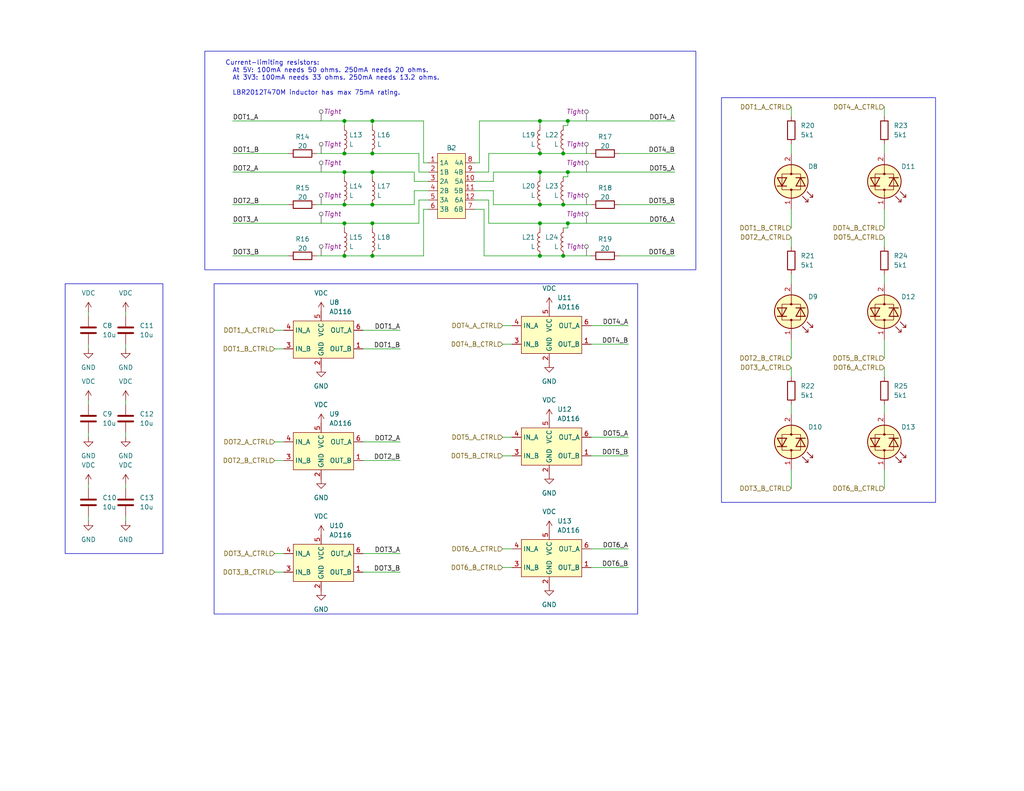
<source format=kicad_sch>
(kicad_sch (version 20231120) (generator "eeschema") (generator_version "8.0")
  (paper "USLetter")
  (title_block (date "2024-11-27") (rev "Rev 2"))
  (lib_symbols
    (symbol "00-project-symbols:AD116_H_Bridge"
      (property "Reference" "U" (at 2.54 6.096 0))
      (property "Value" "AD116" (at -5.334 6.096 0))
      (symbol "AD116_H_Bridge_1_1"
        (rectangle (start -7.62 5.08) (end 8.89 -5.08) (fill (type background)))
        (pin output line (at 11.43 -2.54 180) (length 2.54) (name "OUT_B") (number "1"))
        (pin power_in line (at 0 -7.62 90) (length 2.54) (name "GND") (number "2"))
        (pin input line (at -10.16 -2.54 0) (length 2.54) (name "IN_B") (number "3"))
        (pin input line (at -10.16 2.54 0) (length 2.54) (name "IN_A") (number "4"))
        (pin power_in line (at 0 7.62 270) (length 2.54) (name "VCC") (number "5"))
        (pin output line (at 11.43 2.54 180) (length 2.54) (name "OUT_A") (number "6"))
      )
    )
    (symbol "00-project-symbols:Braille_Cell_Breakout"
      (property "Reference" "B" (at 0 9.906 0))
      (symbol "Braille_Cell_Breakout_1_1"
        (rectangle (start -3.81 8.89) (end 3.81 -8.89) (fill (type background)))
        (pin input line (at -6.35 6.35 0) (length 2.54) (name "1A") (number "1"))
        (pin input line (at 6.35 1.27 180) (length 2.54) (name "5A") (number "10"))
        (pin input line (at 6.35 -1.27 180) (length 2.54) (name "5B") (number "11"))
        (pin input line (at 6.35 -3.81 180) (length 2.54) (name "6A") (number "12"))
        (pin input line (at -6.35 3.81 0) (length 2.54) (name "1B") (number "2"))
        (pin input line (at -6.35 1.27 0) (length 2.54) (name "2A") (number "3"))
        (pin input line (at -6.35 -1.27 0) (length 2.54) (name "2B") (number "4"))
        (pin input line (at -6.35 -3.81 0) (length 2.54) (name "3A") (number "5"))
        (pin input line (at -6.35 -6.35 0) (length 2.54) (name "3B") (number "6"))
        (pin input line (at 6.35 -6.35 180) (length 2.54) (name "6B") (number "7"))
        (pin input line (at 6.35 6.35 180) (length 2.54) (name "4A") (number "8"))
        (pin input line (at 6.35 3.81 180) (length 2.54) (name "4B") (number "9"))
      )
    )
    (symbol "Device:C" (pin_numbers hide) (pin_names (offset 0.254))
      (property "Reference" "C" (at 0.635 2.54 0))
      (property "Value" "C" (at 0.635 -2.54 0))
      (symbol "C_0_1"
        (polyline (pts (xy -2.032 -0.762) (xy 2.032 -0.762)) (stroke (width 0.508)))
        (polyline (pts (xy -2.032 0.762) (xy 2.032 0.762)) (stroke (width 0.508)))
      )
      (symbol "C_1_1"
        (pin passive line (at 0 3.81 270) (length 2.794) (name "~") (number "1"))
        (pin passive line (at 0 -3.81 90) (length 2.794) (name "~") (number "2"))
      )
    )
    (symbol "Device:L" (pin_numbers hide) (pin_names (offset 1.016) hide)
      (property "Reference" "L" (at -1.27 0 90))
      (property "Value" "L" (at 1.905 0 90))
      (symbol "L_0_1"
        (arc (start 0 -2.54) (mid 0.6323 -1.905) (end 0 -1.27))
        (arc (start 0 -1.27) (mid 0.6323 -0.635) (end 0 0))
        (arc (start 0 0) (mid 0.6323 0.635) (end 0 1.27))
        (arc (start 0 1.27) (mid 0.6323 1.905) (end 0 2.54))
      )
      (symbol "L_1_1"
        (pin passive line (at 0 3.81 270) (length 1.27) (name "1") (number "1"))
        (pin passive line (at 0 -3.81 90) (length 1.27) (name "2") (number "2"))
      )
    )
    (symbol "Device:LED_Dual_Bidirectional" (pin_names (offset 0) hide)
      (property "Reference" "D" (at 0 5.715 0))
      (property "Value" "LED_Dual_Bidirectional" (at 0 -6.35 0))
      (symbol "LED_Dual_Bidirectional_0_1"
        (circle (center -2.032 0) (radius 0.254) (fill (type outline)))
        (polyline (pts (xy -4.572 0) (xy -2.54 0)))
        (polyline (pts (xy -2.032 0) (xy -2.54 0)))
        (polyline (pts (xy -1.016 3.81) (xy -1.016 1.27)) (stroke (width 0.254)))
        (polyline (pts (xy 1.27 -1.27) (xy 1.27 -3.81)) (stroke (width 0.254)))
        (polyline (pts (xy 4.064 0) (xy 2.286 0)) (fill (type outline)))
        (polyline (pts (xy 4.318 5.842) (xy 4.318 5.08)) (stroke (width 0.2032)))
        (polyline (pts (xy 5.588 4.572) (xy 5.588 3.81)) (stroke (width 0.2032)))
        (polyline (pts (xy 2.794 4.318) (xy 4.318 5.842) (xy 3.556 5.842)) (stroke (width 0.2032)))
        (polyline (pts (xy 4.064 3.048) (xy 5.588 4.572) (xy 4.826 4.572)) (stroke (width 0.2032)))
        (polyline (pts (xy -1.016 -1.27) (xy -1.016 -3.81) (xy 1.27 -2.54) (xy -1.016 -1.27)) (stroke (width 0.254)))
        (polyline (pts (xy 1.27 3.81) (xy 1.27 1.27) (xy -1.016 2.54) (xy 1.27 3.81)) (stroke (width 0.254)))
        (polyline (pts (xy 2.286 2.54) (xy -2.032 2.54) (xy -2.032 -2.54) (xy 2.286 -2.54) (xy 2.286 2.54)))
        (circle (center 0 0) (radius 4.572) (stroke (width 0.254)) (fill (type background)))
        (circle (center 2.286 0) (radius 0.254) (fill (type outline)))
      )
      (symbol "LED_Dual_Bidirectional_1_1"
        (pin input line (at 7.62 0 180) (length 3.81) (name "KA") (number "1"))
        (pin input line (at -7.62 0 0) (length 3.048) (name "AK") (number "2"))
      )
    )
    (symbol "Device:R" (pin_numbers hide) (pin_names (offset 0))
      (property "Reference" "R" (at 2.032 0 90))
      (property "Value" "R" (at 0 0 90))
      (symbol "R_0_1"
        (rectangle (start -1.016 -2.54) (end 1.016 2.54) (stroke (width 0.254)))
      )
      (symbol "R_1_1"
        (pin passive line (at 0 3.81 270) (length 1.27) (name "~") (number "1"))
        (pin passive line (at 0 -3.81 90) (length 1.27) (name "~") (number "2"))
      )
    )
    (symbol "power:GND" (power) (pin_numbers hide) (pin_names (offset 0) hide)
      (property "Value" "GND" (at 0 -3.81 0))
      (symbol "GND_0_1"
        (polyline (pts (xy 0 0) (xy 0 -1.27) (xy 1.27 -1.27) (xy 0 -2.54) (xy -1.27 -1.27) (xy 0 -1.27)))
      )
      (symbol "GND_1_1"
        (pin power_in line (at 0 0 270) (length 0) (name "~") (number "1"))
      )
    )
    (symbol "power:VDC" (power) (pin_numbers hide) (pin_names (offset 0) hide)
      (property "Value" "VDC" (at 0 3.556 0))
      (symbol "VDC_0_1"
        (polyline (pts (xy -0.762 1.27) (xy 0 2.54)))
        (polyline (pts (xy 0 0) (xy 0 2.54)))
        (polyline (pts (xy 0 2.54) (xy 0.762 1.27)))
      )
      (symbol "VDC_1_1"
        (pin power_in line (at 0 0 90) (length 0) (name "~") (number "1"))
      )
    )
  )
  (junction (at 101.6 46.99))
  (junction (at 101.6 55.88))
  (junction (at 147.32 55.88))
  (junction (at 93.98 33.02))
  (junction (at 153.67 55.88))
  (junction (at 93.98 69.85))
  (junction (at 93.98 46.99))
  (junction (at 153.67 41.91))
  (junction (at 93.98 41.91))
  (junction (at 101.6 41.91))
  (junction (at 101.6 60.96))
  (junction (at 153.67 69.85))
  (junction (at 101.6 69.85))
  (junction (at 147.32 69.85))
  (junction (at 154.94 33.02))
  (junction (at 147.32 60.96))
  (junction (at 154.94 46.99))
  (junction (at 93.98 60.96))
  (junction (at 147.32 46.99))
  (junction (at 101.6 33.02))
  (junction (at 147.32 41.91))
  (junction (at 154.94 60.96))
  (junction (at 93.98 55.88))
  (junction (at 147.32 33.02))
  (wire (pts (xy 34.29 118.11) (xy 34.29 119.38)))
  (wire (pts (xy 168.91 41.91) (xy 184.15 41.91)))
  (wire (pts (xy 74.93 120.65) (xy 77.47 120.65)))
  (wire (pts (xy 137.16 124.46) (xy 139.7 124.46)))
  (wire (pts (xy 241.3 113.03) (xy 241.3 110.49)))
  (wire (pts (xy 137.16 154.94) (xy 139.7 154.94)))
  (wire (pts (xy 215.9 41.91) (xy 215.9 39.37)))
  (wire (pts (xy 93.98 69.85) (xy 101.6 69.85)))
  (wire (pts (xy 137.16 88.9) (xy 139.7 88.9)))
  (wire (pts (xy 115.57 44.45) (xy 115.57 33.02)))
  (wire (pts (xy 115.57 57.15) (xy 115.57 69.85)))
  (wire (pts (xy 215.9 100.33) (xy 215.9 102.87)))
  (wire (pts (xy 129.54 44.45) (xy 130.81 44.45)))
  (wire (pts (xy 101.6 60.96) (xy 114.3 60.96)))
  (wire (pts (xy 147.32 41.91) (xy 153.67 41.91)))
  (wire (pts (xy 241.3 64.77) (xy 241.3 67.31)))
  (wire (pts (xy 241.3 77.47) (xy 241.3 74.93)))
  (wire (pts (xy 161.29 119.38) (xy 171.45 119.38)))
  (wire (pts (xy 137.16 119.38) (xy 139.7 119.38)))
  (wire (pts (xy 93.98 41.91) (xy 101.6 41.91)))
  (wire (pts (xy 133.35 41.91) (xy 147.32 41.91)))
  (wire (pts (xy 134.62 52.07) (xy 134.62 55.88)))
  (wire (pts (xy 161.29 88.9) (xy 171.45 88.9)))
  (wire (pts (xy 116.84 44.45) (xy 115.57 44.45)))
  (wire (pts (xy 215.9 77.47) (xy 215.9 74.93)))
  (wire (pts (xy 63.5 41.91) (xy 78.74 41.91)))
  (wire (pts (xy 63.5 69.85) (xy 78.74 69.85)))
  (wire (pts (xy 133.35 54.61) (xy 133.35 60.96)))
  (wire (pts (xy 99.06 95.25) (xy 109.22 95.25)))
  (wire (pts (xy 241.3 128.27) (xy 241.3 133.35)))
  (wire (pts (xy 147.32 34.29) (xy 147.32 33.02)))
  (wire (pts (xy 153.67 69.85) (xy 161.29 69.85)))
  (wire (pts (xy 129.54 52.07) (xy 134.62 52.07)))
  (wire (pts (xy 99.06 90.17) (xy 109.22 90.17)))
  (wire (pts (xy 134.62 55.88) (xy 147.32 55.88)))
  (wire (pts (xy 34.29 93.98) (xy 34.29 95.25)))
  (wire (pts (xy 154.94 60.96) (xy 184.15 60.96)))
  (wire (pts (xy 74.93 95.25) (xy 77.47 95.25)))
  (wire (pts (xy 24.13 93.98) (xy 24.13 95.25)))
  (wire (pts (xy 93.98 33.02) (xy 93.98 34.29)))
  (wire (pts (xy 93.98 33.02) (xy 101.6 33.02)))
  (wire (pts (xy 215.9 113.03) (xy 215.9 110.49)))
  (wire (pts (xy 154.94 60.96) (xy 154.94 62.23)))
  (wire (pts (xy 137.16 93.98) (xy 139.7 93.98)))
  (wire (pts (xy 34.29 140.97) (xy 34.29 142.24)))
  (wire (pts (xy 93.98 55.88) (xy 101.6 55.88)))
  (wire (pts (xy 113.03 52.07) (xy 113.03 55.88)))
  (wire (pts (xy 129.54 46.99) (xy 133.35 46.99)))
  (wire (pts (xy 116.84 52.07) (xy 113.03 52.07)))
  (wire (pts (xy 101.6 33.02) (xy 115.57 33.02)))
  (wire (pts (xy 116.84 54.61) (xy 114.3 54.61)))
  (wire (pts (xy 93.98 60.96) (xy 93.98 62.23)))
  (wire (pts (xy 129.54 54.61) (xy 133.35 54.61)))
  (wire (pts (xy 134.62 46.99) (xy 147.32 46.99)))
  (wire (pts (xy 154.94 33.02) (xy 154.94 34.29)))
  (wire (pts (xy 147.32 55.88) (xy 153.67 55.88)))
  (wire (pts (xy 241.3 41.91) (xy 241.3 39.37)))
  (wire (pts (xy 168.91 55.88) (xy 184.15 55.88)))
  (wire (pts (xy 113.03 49.53) (xy 113.03 46.99)))
  (wire (pts (xy 132.08 69.85) (xy 147.32 69.85)))
  (wire (pts (xy 74.93 90.17) (xy 77.47 90.17)))
  (wire (pts (xy 153.67 41.91) (xy 161.29 41.91)))
  (wire (pts (xy 99.06 156.21) (xy 109.22 156.21)))
  (wire (pts (xy 24.13 109.22) (xy 24.13 110.49)))
  (wire (pts (xy 241.3 92.71) (xy 241.3 97.79)))
  (wire (pts (xy 93.98 46.99) (xy 93.98 48.26)))
  (wire (pts (xy 93.98 46.99) (xy 101.6 46.99)))
  (wire (pts (xy 114.3 54.61) (xy 114.3 60.96)))
  (wire (pts (xy 24.13 132.08) (xy 24.13 133.35)))
  (wire (pts (xy 168.91 69.85) (xy 184.15 69.85)))
  (wire (pts (xy 130.81 33.02) (xy 147.32 33.02)))
  (wire (pts (xy 24.13 85.09) (xy 24.13 86.36)))
  (wire (pts (xy 241.3 57.15) (xy 241.3 62.23)))
  (wire (pts (xy 114.3 46.99) (xy 114.3 41.91)))
  (wire (pts (xy 154.94 33.02) (xy 184.15 33.02)))
  (wire (pts (xy 154.94 46.99) (xy 154.94 48.26)))
  (wire (pts (xy 147.32 69.85) (xy 153.67 69.85)))
  (wire (pts (xy 116.84 57.15) (xy 115.57 57.15)))
  (wire (pts (xy 129.54 57.15) (xy 132.08 57.15)))
  (wire (pts (xy 161.29 93.98) (xy 171.45 93.98)))
  (wire (pts (xy 99.06 120.65) (xy 109.22 120.65)))
  (wire (pts (xy 101.6 55.88) (xy 113.03 55.88)))
  (wire (pts (xy 137.16 149.86) (xy 139.7 149.86)))
  (wire (pts (xy 133.35 60.96) (xy 147.32 60.96)))
  (wire (pts (xy 154.94 48.26) (xy 153.67 48.26)))
  (wire (pts (xy 63.5 60.96) (xy 93.98 60.96)))
  (wire (pts (xy 101.6 41.91) (xy 114.3 41.91)))
  (wire (pts (xy 24.13 140.97) (xy 24.13 142.24)))
  (wire (pts (xy 130.81 44.45) (xy 130.81 33.02)))
  (wire (pts (xy 101.6 34.29) (xy 101.6 33.02)))
  (wire (pts (xy 154.94 46.99) (xy 184.15 46.99)))
  (wire (pts (xy 153.67 55.88) (xy 161.29 55.88)))
  (wire (pts (xy 215.9 64.77) (xy 215.9 67.31)))
  (wire (pts (xy 34.29 85.09) (xy 34.29 86.36)))
  (wire (pts (xy 215.9 57.15) (xy 215.9 62.23)))
  (wire (pts (xy 241.3 29.21) (xy 241.3 31.75)))
  (wire (pts (xy 133.35 46.99) (xy 133.35 41.91)))
  (wire (pts (xy 147.32 48.26) (xy 147.32 46.99)))
  (wire (pts (xy 101.6 48.26) (xy 101.6 46.99)))
  (wire (pts (xy 63.5 33.02) (xy 93.98 33.02)))
  (wire (pts (xy 34.29 132.08) (xy 34.29 133.35)))
  (wire (pts (xy 116.84 46.99) (xy 114.3 46.99)))
  (wire (pts (xy 147.32 60.96) (xy 154.94 60.96)))
  (wire (pts (xy 116.84 49.53) (xy 113.03 49.53)))
  (wire (pts (xy 147.32 46.99) (xy 154.94 46.99)))
  (wire (pts (xy 99.06 151.13) (xy 109.22 151.13)))
  (wire (pts (xy 99.06 125.73) (xy 109.22 125.73)))
  (wire (pts (xy 63.5 46.99) (xy 93.98 46.99)))
  (wire (pts (xy 241.3 100.33) (xy 241.3 102.87)))
  (wire (pts (xy 101.6 69.85) (xy 115.57 69.85)))
  (wire (pts (xy 154.94 34.29) (xy 153.67 34.29)))
  (wire (pts (xy 161.29 124.46) (xy 171.45 124.46)))
  (wire (pts (xy 215.9 128.27) (xy 215.9 133.35)))
  (wire (pts (xy 74.93 151.13) (xy 77.47 151.13)))
  (wire (pts (xy 86.36 41.91) (xy 93.98 41.91)))
  (wire (pts (xy 129.54 49.53) (xy 134.62 49.53)))
  (wire (pts (xy 132.08 57.15) (xy 132.08 69.85)))
  (wire (pts (xy 93.98 60.96) (xy 101.6 60.96)))
  (wire (pts (xy 101.6 46.99) (xy 113.03 46.99)))
  (wire (pts (xy 161.29 154.94) (xy 171.45 154.94)))
  (wire (pts (xy 24.13 118.11) (xy 24.13 119.38)))
  (wire (pts (xy 34.29 109.22) (xy 34.29 110.49)))
  (wire (pts (xy 215.9 92.71) (xy 215.9 97.79)))
  (wire (pts (xy 134.62 49.53) (xy 134.62 46.99)))
  (wire (pts (xy 147.32 33.02) (xy 154.94 33.02)))
  (wire (pts (xy 63.5 55.88) (xy 78.74 55.88)))
  (wire (pts (xy 74.93 156.21) (xy 77.47 156.21)))
  (wire (pts (xy 215.9 29.21) (xy 215.9 31.75)))
  (wire (pts (xy 86.36 69.85) (xy 93.98 69.85)))
  (wire (pts (xy 154.94 62.23) (xy 153.67 62.23)))
  (wire (pts (xy 86.36 55.88) (xy 93.98 55.88)))
  (wire (pts (xy 147.32 62.23) (xy 147.32 60.96)))
  (wire (pts (xy 161.29 149.86) (xy 171.45 149.86)))
  (wire (pts (xy 74.93 125.73) (xy 77.47 125.73)))
  (wire (pts (xy 101.6 62.23) (xy 101.6 60.96)))
  (rectangle (start 55.88 13.97) (end 189.865 73.66))
  (rectangle (start 58.42 77.47) (end 173.99 167.64))
  (rectangle (start 196.85 26.67) (end 255.27 137.16))
  (rectangle (start 17.78 77.47) (end 44.45 151.13))
  (text "Current-limiting resistors:\n  At 5V: 100mA needs 50 ohms. 250mA needs 20 ohms.\n  At 3V3: 100mA needs 33 ohms. 250mA needs 13.2 ohms.\n\n  LBR2012T470M inductor has max 75mA rating." (at 61.468 21.336 0) (effects (font (size 1.27 1.27)) (justify left)))
  (label "DOT6_B" (at 171.45 154.94 180))
  (label "DOT3_A" (at 63.5 60.96 0))
  (label "DOT5_B" (at 171.45 124.46 180))
  (label "DOT2_B" (at 63.5 55.88 0))
  (label "DOT4_A" (at 184.15 33.02 180))
  (label "DOT5_B" (at 184.15 55.88 180))
  (label "DOT5_A" (at 184.15 46.99 180))
  (label "DOT6_A" (at 171.45 149.86 180))
  (label "DOT1_B" (at 109.22 95.25 180))
  (label "DOT1_A" (at 109.22 90.17 180))
  (label "DOT1_A" (at 63.5 33.02 0))
  (label "DOT3_B" (at 109.22 156.21 180))
  (label "DOT2_A" (at 109.22 120.65 180))
  (label "DOT4_B" (at 171.45 93.98 180))
  (label "DOT2_A" (at 63.5 46.99 0))
  (label "DOT4_B" (at 184.15 41.91 180))
  (label "DOT4_A" (at 171.45 88.9 180))
  (label "DOT2_B" (at 109.22 125.73 180))
  (label "DOT3_A" (at 109.22 151.13 180))
  (label "DOT6_A" (at 184.15 60.96 180))
  (label "DOT5_A" (at 171.45 119.38 180))
  (label "DOT6_B" (at 184.15 69.85 180))
  (label "DOT3_B" (at 63.5 69.85 0))
  (label "DOT1_B" (at 63.5 41.91 0))
  (hierarchical_label "DOT4_B_CTRL" (shape input) (at 241.3 62.23 180))
  (hierarchical_label "DOT2_B_CTRL" (shape input) (at 215.9 97.79 180))
  (hierarchical_label "DOT1_B_CTRL" (shape input) (at 215.9 62.23 180))
  (hierarchical_label "DOT6_B_CTRL" (shape input) (at 137.16 154.94 180))
  (hierarchical_label "DOT6_A_CTRL" (shape input) (at 137.16 149.86 180))
  (hierarchical_label "DOT1_A_CTRL" (shape input) (at 74.93 90.17 180))
  (hierarchical_label "DOT1_A_CTRL" (shape input) (at 215.9 29.21 180))
  (hierarchical_label "DOT5_B_CTRL" (shape input) (at 241.3 97.79 180))
  (hierarchical_label "DOT2_A_CTRL" (shape input) (at 215.9 64.77 180))
  (hierarchical_label "DOT3_B_CTRL" (shape input) (at 74.93 156.21 180))
  (hierarchical_label "DOT4_A_CTRL" (shape input) (at 137.16 88.9 180))
  (hierarchical_label "DOT3_B_CTRL" (shape input) (at 215.9 133.35 180))
  (hierarchical_label "DOT2_A_CTRL" (shape input) (at 74.93 120.65 180))
  (hierarchical_label "DOT4_B_CTRL" (shape input) (at 137.16 93.98 180))
  (hierarchical_label "DOT1_B_CTRL" (shape input) (at 74.93 95.25 180))
  (hierarchical_label "DOT5_A_CTRL" (shape input) (at 137.16 119.38 180))
  (hierarchical_label "DOT3_A_CTRL" (shape input) (at 215.9 100.33 180))
  (hierarchical_label "DOT6_B_CTRL" (shape input) (at 241.3 133.35 180))
  (hierarchical_label "DOT4_A_CTRL" (shape input) (at 241.3 29.21 180))
  (hierarchical_label "DOT3_A_CTRL" (shape input) (at 74.93 151.13 180))
  (hierarchical_label "DOT5_A_CTRL" (shape input) (at 241.3 64.77 180))
  (hierarchical_label "DOT6_A_CTRL" (shape input) (at 241.3 100.33 180))
  (hierarchical_label "DOT2_B_CTRL" (shape input) (at 74.93 125.73 180))
  (hierarchical_label "DOT5_B_CTRL" (shape input) (at 137.16 124.46 180))
  (netclass_flag "" (length 2.54) (shape round) (at 87.63 41.91 0) (property "Netclass" "Tight" (at 88.3285 39.37 0) (effects (font (italic yes)) (justify left))))
  (netclass_flag "" (length 2.54) (shape round) (at 87.63 33.02 0) (property "Netclass" "Tight" (at 88.3285 30.48 0) (effects (font (italic yes)) (justify left))))
  (netclass_flag "" (length 2.54) (shape round) (at 87.63 69.85 0) (property "Netclass" "Tight" (at 88.3285 67.31 0) (effects (font (italic yes)) (justify left))))
  (netclass_flag "" (length 2.54) (shape round) (at 160.02 41.91 0) (property "Netclass" "Tight" (at 159.3215 39.37 0) (effects (font (italic yes)) (justify right))))
  (netclass_flag "" (length 2.54) (shape round) (at 160.02 33.02 0) (property "Netclass" "Tight" (at 159.3215 30.48 0) (effects (font (italic yes)) (justify right))))
  (netclass_flag "" (length 2.54) (shape round) (at 87.63 46.99 0) (property "Netclass" "Tight" (at 88.3285 44.45 0) (effects (font (italic yes)) (justify left))))
  (netclass_flag "" (length 2.54) (shape round) (at 87.63 55.88 0) (property "Netclass" "Tight" (at 88.3285 53.34 0) (effects (font (italic yes)) (justify left))))
  (netclass_flag "" (length 2.54) (shape round) (at 160.02 60.96 0) (property "Netclass" "Tight" (at 159.3215 58.42 0) (effects (font (italic yes)) (justify right))))
  (netclass_flag "" (length 2.54) (shape round) (at 160.02 69.85 0) (property "Netclass" "Tight" (at 159.3215 67.31 0) (effects (font (italic yes)) (justify right))))
  (netclass_flag "" (length 2.54) (shape round) (at 160.02 55.88 0) (property "Netclass" "Tight" (at 159.3215 53.34 0) (effects (font (italic yes)) (justify right))))
  (netclass_flag "" (length 2.54) (shape round) (at 160.02 46.99 0) (property "Netclass" "Tight" (at 159.3215 44.45 0) (effects (font (italic yes)) (justify right))))
  (netclass_flag "" (length 2.54) (shape round) (at 87.63 60.96 0) (property "Netclass" "Tight" (at 88.3285 58.42 0) (effects (font (italic yes)) (justify left))))
  (symbol (lib_id "power:VDC") (at 87.63 115.57 0) (unit 1)
    (property "Reference" "#PWR055" (effects (hide yes)))
    (property "Value" "VDC" (at 87.63 110.49 0))
    (property "Description" "Power symbol creates a global label with name \"VDC\"" (effects (hide yes)))
    (instances (project "Braille-Display-with-Inductor-Solenoids" (path "" (reference "#PWR055") (unit 1)) (path "" (reference "#PWR079") (unit 1)) (path "" (reference "#PWR0103") (unit 1)) (path "" (reference "#PWR031") (unit 1))))
  )
  (symbol (lib_id "power:VDC") (at 149.86 114.3 0) (unit 1)
    (property "Reference" "#PWR061" (effects (hide yes)))
    (property "Value" "VDC" (at 149.86 109.22 0))
    (property "Description" "Power symbol creates a global label with name \"VDC\"" (effects (hide yes)))
    (instances (project "Braille-Display-with-Inductor-Solenoids" (path "" (reference "#PWR061") (unit 1)) (path "" (reference "#PWR085") (unit 1)) (path "" (reference "#PWR0109") (unit 1)) (path "" (reference "#PWR037") (unit 1))))
  )
  (symbol (lib_id "Device:R") (at 241.3 71.12 0) (unit 1)
    (property "Reference" "R24" (at 243.84 69.8499 0) (effects (justify left)))
    (property "Value" "5k1" (at 243.84 72.3899 0) (effects (justify left)))
    (property "Footprint" "Resistor_SMD:R_0603_1608Metric_Pad0.98x0.95mm_HandSolder" (effects (hide yes)))
    (property "Description" "Resistor" (effects (hide yes)))
    (instances (project "Braille-Display-with-Inductor-Solenoids" (path "" (reference "R24") (unit 1)) (path "" (reference "R36") (unit 1)) (path "" (reference "R48") (unit 1)) (path "" (reference "R12") (unit 1))))
  )
  (symbol (lib_id "power:VDC") (at 34.29 109.22 0) (unit 1)
    (property "Reference" "#PWR049" (effects (hide yes)))
    (property "Value" "VDC" (at 34.29 104.14 0))
    (property "Description" "Power symbol creates a global label with name \"VDC\"" (effects (hide yes)))
    (instances (project "Braille-Display-with-Inductor-Solenoids" (path "" (reference "#PWR049") (unit 1)) (path "" (reference "#PWR073") (unit 1)) (path "" (reference "#PWR097") (unit 1)) (path "" (reference "#PWR025") (unit 1))))
  )
  (symbol (lib_id "Device:L") (at 93.98 66.04 0) (unit 1)
    (property "Reference" "L15" (at 95.25 64.7699 0) (effects (justify left)))
    (property "Value" "L" (at 95.25 67.3099 0) (effects (justify left)))
    (property "Footprint" "00-project-footprints:Inductor_0805_2012Metric_SMD_Vertical_Square_Rev2_1.3mm" (effects (hide yes)))
    (property "Description" "Inductor" (effects (hide yes)))
    (instances (project "Braille-Display-with-Inductor-Solenoids" (path "" (reference "L15") (unit 1)) (path "" (reference "L27") (unit 1)) (path "" (reference "L39") (unit 1)) (path "" (reference "L3") (unit 1))))
  )
  (symbol (lib_id "Device:R") (at 215.9 106.68 0) (unit 1)
    (property "Reference" "R22" (at 218.44 105.4099 0) (effects (justify left)))
    (property "Value" "5k1" (at 218.44 107.9499 0) (effects (justify left)))
    (property "Footprint" "Resistor_SMD:R_0603_1608Metric_Pad0.98x0.95mm_HandSolder" (effects (hide yes)))
    (property "Description" "Resistor" (effects (hide yes)))
    (instances (project "Braille-Display-with-Inductor-Solenoids" (path "" (reference "R22") (unit 1)) (path "" (reference "R34") (unit 1)) (path "" (reference "R46") (unit 1)) (path "" (reference "R10") (unit 1))))
  )
  (symbol (lib_id "Device:L") (at 147.32 38.1 0) (mirror y) (unit 1)
    (property "Reference" "L19" (at 146.05 36.8299 0) (effects (justify left)))
    (property "Value" "L" (at 146.05 39.3699 0) (effects (justify left)))
    (property "Footprint" "00-project-footprints:Inductor_VLS201612CX" (effects (hide yes)))
    (property "Description" "Inductor" (effects (hide yes)))
    (instances (project "Braille-Display-with-Inductor-Solenoids" (path "" (reference "L19") (unit 1)) (path "" (reference "L31") (unit 1)) (path "" (reference "L43") (unit 1)) (path "" (reference "L7") (unit 1))))
  )
  (symbol (lib_id "power:GND") (at 34.29 119.38 0) (unit 1)
    (property "Reference" "#PWR050" (effects (hide yes)))
    (property "Value" "GND" (at 34.29 124.46 0))
    (property "Description" "Power symbol creates a global label with name \"GND\" , ground" (effects (hide yes)))
    (instances (project "Braille-Display-with-Inductor-Solenoids" (path "" (reference "#PWR050") (unit 1)) (path "" (reference "#PWR074") (unit 1)) (path "" (reference "#PWR098") (unit 1)) (path "" (reference "#PWR026") (unit 1))))
  )
  (symbol (lib_id "Device:C") (at 24.13 137.16 0) (unit 1)
    (property "Reference" "C10" (at 27.94 135.8899 0) (effects (justify left)))
    (property "Value" "10u" (at 27.94 138.4299 0) (effects (justify left)))
    (property "Footprint" "Capacitor_SMD:C_1206_3216Metric_Pad1.33x1.80mm_HandSolder" (effects (hide yes)))
    (property "Description" "Unpolarized capacitor" (effects (hide yes)))
    (instances (project "Braille-Display-with-Inductor-Solenoids" (path "" (reference "C10") (unit 1)) (path "" (reference "C16") (unit 1)) (path "" (reference "C22") (unit 1)) (path "" (reference "C4") (unit 1))))
  )
  (symbol (lib_id "Device:LED_Dual_Bidirectional") (at 215.9 85.09 270) (unit 1)
    (property "Reference" "D9" (at 220.472 81.026 90) (effects (justify left)))
    (property "Value" "LED_Dual_Bidirectional" (effects (hide yes)))
    (property "Footprint" "00-project-footprints:LED_0603_1608Metric_HandSolder_2x_Reverse" (effects (hide yes)))
    (property "Description" "Dual LED, bidirectional" (effects (hide yes)))
    (instances (project "Braille-Display-with-Inductor-Solenoids" (path "" (reference "D9") (unit 1)) (path "" (reference "D15") (unit 1)) (path "" (reference "D21") (unit 1)) (path "" (reference "D3") (unit 1))))
  )
  (symbol (lib_id "Device:L") (at 93.98 52.07 0) (unit 1)
    (property "Reference" "L14" (at 95.25 50.7999 0) (effects (justify left)))
    (property "Value" "L" (at 95.25 53.3399 0) (effects (justify left)))
    (property "Footprint" "00-project-footprints:Inductor_0805_2012Metric_SMD_Vertical_Square_Rev2_1.3mm" (effects (hide yes)))
    (property "Description" "Inductor" (effects (hide yes)))
    (instances (project "Braille-Display-with-Inductor-Solenoids" (path "" (reference "L14") (unit 1)) (path "" (reference "L26") (unit 1)) (path "" (reference "L38") (unit 1)) (path "" (reference "L2") (unit 1))))
  )
  (symbol (lib_id "Device:C") (at 34.29 114.3 0) (unit 1)
    (property "Reference" "C12" (at 38.1 113.0299 0) (effects (justify left)))
    (property "Value" "10u" (at 38.1 115.5699 0) (effects (justify left)))
    (property "Footprint" "Capacitor_SMD:C_1206_3216Metric_Pad1.33x1.80mm_HandSolder" (effects (hide yes)))
    (property "Description" "Unpolarized capacitor" (effects (hide yes)))
    (instances (project "Braille-Display-with-Inductor-Solenoids" (path "" (reference "C12") (unit 1)) (path "" (reference "C18") (unit 1)) (path "" (reference "C24") (unit 1)) (path "" (reference "C6") (unit 1))))
  )
  (symbol (lib_id "Device:LED_Dual_Bidirectional") (at 215.9 49.53 270) (unit 1)
    (property "Reference" "D8" (at 220.472 45.466 90) (effects (justify left)))
    (property "Value" "LED_Dual_Bidirectional" (effects (hide yes)))
    (property "Footprint" "00-project-footprints:LED_0603_1608Metric_HandSolder_2x_Reverse" (effects (hide yes)))
    (property "Description" "Dual LED, bidirectional" (effects (hide yes)))
    (instances (project "Braille-Display-with-Inductor-Solenoids" (path "" (reference "D8") (unit 1)) (path "" (reference "D14") (unit 1)) (path "" (reference "D20") (unit 1)) (path "" (reference "D2") (unit 1))))
  )
  (symbol (lib_id "power:GND") (at 24.13 142.24 0) (unit 1)
    (property "Reference" "#PWR046" (effects (hide yes)))
    (property "Value" "GND" (at 24.13 147.32 0))
    (property "Description" "Power symbol creates a global label with name \"GND\" , ground" (effects (hide yes)))
    (instances (project "Braille-Display-with-Inductor-Solenoids" (path "" (reference "#PWR046") (unit 1)) (path "" (reference "#PWR070") (unit 1)) (path "" (reference "#PWR094") (unit 1)) (path "" (reference "#PWR022") (unit 1))))
  )
  (symbol (lib_id "power:GND") (at 24.13 95.25 0) (unit 1)
    (property "Reference" "#PWR042" (effects (hide yes)))
    (property "Value" "GND" (at 24.13 100.33 0))
    (property "Description" "Power symbol creates a global label with name \"GND\" , ground" (effects (hide yes)))
    (instances (project "Braille-Display-with-Inductor-Solenoids" (path "" (reference "#PWR042") (unit 1)) (path "" (reference "#PWR066") (unit 1)) (path "" (reference "#PWR090") (unit 1)) (path "" (reference "#PWR018") (unit 1))))
  )
  (symbol (lib_id "power:GND") (at 87.63 161.29 0) (unit 1)
    (property "Reference" "#PWR058" (effects (hide yes)))
    (property "Value" "GND" (at 87.63 166.37 0))
    (property "Description" "Power symbol creates a global label with name \"GND\" , ground" (effects (hide yes)))
    (instances (project "Braille-Display-with-Inductor-Solenoids" (path "" (reference "#PWR058") (unit 1)) (path "" (reference "#PWR082") (unit 1)) (path "" (reference "#PWR0106") (unit 1)) (path "" (reference "#PWR034") (unit 1))))
  )
  (symbol (lib_id "Device:R") (at 165.1 69.85 90) (mirror x) (unit 1)
    (property "Reference" "R19" (at 165.1 65.278 90))
    (property "Value" "20" (at 165.1 67.818 90))
    (property "Footprint" "Resistor_SMD:R_0603_1608Metric_Pad0.98x0.95mm_HandSolder" (effects (hide yes)))
    (property "Description" "Resistor" (effects (hide yes)))
    (instances (project "Braille-Display-with-Inductor-Solenoids" (path "" (reference "R19") (unit 1)) (path "" (reference "R31") (unit 1)) (path "" (reference "R43") (unit 1)) (path "" (reference "R7") (unit 1))))
  )
  (symbol (lib_id "Device:LED_Dual_Bidirectional") (at 215.9 120.65 270) (unit 1)
    (property "Reference" "D10" (at 220.472 116.586 90) (effects (justify left)))
    (property "Value" "LED_Dual_Bidirectional" (effects (hide yes)))
    (property "Footprint" "00-project-footprints:LED_0603_1608Metric_HandSolder_2x_Reverse" (effects (hide yes)))
    (property "Description" "Dual LED, bidirectional" (effects (hide yes)))
    (instances (project "Braille-Display-with-Inductor-Solenoids" (path "" (reference "D10") (unit 1)) (path "" (reference "D16") (unit 1)) (path "" (reference "D22") (unit 1)) (path "" (reference "D4") (unit 1))))
  )
  (symbol (lib_id "Device:L") (at 101.6 52.07 0) (unit 1)
    (property "Reference" "L17" (at 102.87 50.7999 0) (effects (justify left)))
    (property "Value" "L" (at 102.87 53.3399 0) (effects (justify left)))
    (property "Footprint" "00-project-footprints:Inductor_VLS201612CX" (effects (hide yes)))
    (property "Description" "Inductor" (effects (hide yes)))
    (instances (project "Braille-Display-with-Inductor-Solenoids" (path "" (reference "L17") (unit 1)) (path "" (reference "L29") (unit 1)) (path "" (reference "L41") (unit 1)) (path "" (reference "L5") (unit 1))))
  )
  (symbol (lib_id "power:GND") (at 24.13 119.38 0) (unit 1)
    (property "Reference" "#PWR044" (effects (hide yes)))
    (property "Value" "GND" (at 24.13 124.46 0))
    (property "Description" "Power symbol creates a global label with name \"GND\" , ground" (effects (hide yes)))
    (instances (project "Braille-Display-with-Inductor-Solenoids" (path "" (reference "#PWR044") (unit 1)) (path "" (reference "#PWR068") (unit 1)) (path "" (reference "#PWR092") (unit 1)) (path "" (reference "#PWR020") (unit 1))))
  )
  (symbol (lib_id "power:GND") (at 149.86 129.54 0) (unit 1)
    (property "Reference" "#PWR062" (effects (hide yes)))
    (property "Value" "GND" (at 149.86 134.62 0))
    (property "Description" "Power symbol creates a global label with name \"GND\" , ground" (effects (hide yes)))
    (instances (project "Braille-Display-with-Inductor-Solenoids" (path "" (reference "#PWR062") (unit 1)) (path "" (reference "#PWR086") (unit 1)) (path "" (reference "#PWR0110") (unit 1)) (path "" (reference "#PWR038") (unit 1))))
  )
  (symbol (lib_id "Device:R") (at 215.9 71.12 0) (unit 1)
    (property "Reference" "R21" (at 218.44 69.8499 0) (effects (justify left)))
    (property "Value" "5k1" (at 218.44 72.3899 0) (effects (justify left)))
    (property "Footprint" "Resistor_SMD:R_0603_1608Metric_Pad0.98x0.95mm_HandSolder" (effects (hide yes)))
    (property "Description" "Resistor" (effects (hide yes)))
    (instances (project "Braille-Display-with-Inductor-Solenoids" (path "" (reference "R21") (unit 1)) (path "" (reference "R33") (unit 1)) (path "" (reference "R45") (unit 1)) (path "" (reference "R9") (unit 1))))
  )
  (symbol (lib_id "00-project-symbols:AD116_H_Bridge") (at 149.86 121.92 0) (unit 1)
    (property "Reference" "U12" (at 152.0541 111.76 0) (effects (justify left)))
    (property "Value" "AD116" (at 152.0541 114.3 0) (effects (justify left)))
    (property "Footprint" "Package_TO_SOT_SMD:SOT-23-6" (effects (hide yes)))
    (property "Datasheet" "https://www.lcsc.com/datasheet/lcsc_datasheet_2307170950_IDCHIP-AD116_C7463412.pdf" (effects (hide yes)))
    (instances (project "Braille-Display-with-Inductor-Solenoids" (path "" (reference "U12") (unit 1)) (path "" (reference "U18") (unit 1)) (path "" (reference "U24") (unit 1)) (path "" (reference "U6") (unit 1))))
  )
  (symbol (lib_id "Device:R") (at 82.55 41.91 90) (mirror x) (unit 1)
    (property "Reference" "R14" (at 82.55 37.338 90))
    (property "Value" "20" (at 82.55 39.878 90))
    (property "Footprint" "Resistor_SMD:R_0603_1608Metric_Pad0.98x0.95mm_HandSolder" (effects (hide yes)))
    (property "Description" "Resistor" (effects (hide yes)))
    (instances (project "Braille-Display-with-Inductor-Solenoids" (path "" (reference "R14") (unit 1)) (path "" (reference "R26") (unit 1)) (path "" (reference "R38") (unit 1)) (path "" (reference "R2") (unit 1))))
  )
  (symbol (lib_id "Device:LED_Dual_Bidirectional") (at 241.3 85.09 270) (unit 1)
    (property "Reference" "D12" (at 245.872 81.026 90) (effects (justify left)))
    (property "Value" "LED_Dual_Bidirectional" (effects (hide yes)))
    (property "Footprint" "00-project-footprints:LED_0603_1608Metric_HandSolder_2x_Reverse" (effects (hide yes)))
    (property "Description" "Dual LED, bidirectional" (effects (hide yes)))
    (instances (project "Braille-Display-with-Inductor-Solenoids" (path "" (reference "D12") (unit 1)) (path "" (reference "D18") (unit 1)) (path "" (reference "D24") (unit 1)) (path "" (reference "D6") (unit 1))))
  )
  (symbol (lib_id "Device:C") (at 24.13 90.17 0) (unit 1)
    (property "Reference" "C8" (at 27.94 88.8999 0) (effects (justify left)))
    (property "Value" "10u" (at 27.94 91.4399 0) (effects (justify left)))
    (property "Footprint" "Capacitor_SMD:C_1206_3216Metric_Pad1.33x1.80mm_HandSolder" (effects (hide yes)))
    (property "Description" "Unpolarized capacitor" (effects (hide yes)))
    (instances (project "Braille-Display-with-Inductor-Solenoids" (path "" (reference "C8") (unit 1)) (path "" (reference "C14") (unit 1)) (path "" (reference "C20") (unit 1)) (path "" (reference "C2") (unit 1))))
  )
  (symbol (lib_id "00-project-symbols:Braille_Cell_Breakout") (at 123.19 50.8 0) (unit 1)
    (property "Reference" "B2" (at 123.19 40.386 0))
    (property "Value" "~" (at 123.19 40.64 0))
    (property "Footprint" "00-project-footprints:Braille_Cell_Breakout" (effects (hide yes)))
    (instances (project "Braille-Display-with-Inductor-Solenoids" (path "" (reference "B2") (unit 1)) (path "" (reference "B3") (unit 1)) (path "" (reference "B4") (unit 1)) (path "" (reference "B1") (unit 1))))
  )
  (symbol (lib_id "power:GND") (at 149.86 160.02 0) (unit 1)
    (property "Reference" "#PWR064" (effects (hide yes)))
    (property "Value" "GND" (at 149.86 165.1 0))
    (property "Description" "Power symbol creates a global label with name \"GND\" , ground" (effects (hide yes)))
    (instances (project "Braille-Display-with-Inductor-Solenoids" (path "" (reference "#PWR064") (unit 1)) (path "" (reference "#PWR088") (unit 1)) (path "" (reference "#PWR0112") (unit 1)) (path "" (reference "#PWR040") (unit 1))))
  )
  (symbol (lib_id "power:VDC") (at 34.29 132.08 0) (unit 1)
    (property "Reference" "#PWR051" (effects (hide yes)))
    (property "Value" "VDC" (at 34.29 127 0))
    (property "Description" "Power symbol creates a global label with name \"VDC\"" (effects (hide yes)))
    (instances (project "Braille-Display-with-Inductor-Solenoids" (path "" (reference "#PWR051") (unit 1)) (path "" (reference "#PWR075") (unit 1)) (path "" (reference "#PWR099") (unit 1)) (path "" (reference "#PWR027") (unit 1))))
  )
  (symbol (lib_id "power:VDC") (at 24.13 109.22 0) (unit 1)
    (property "Reference" "#PWR043" (effects (hide yes)))
    (property "Value" "VDC" (at 24.13 104.14 0))
    (property "Description" "Power symbol creates a global label with name \"VDC\"" (effects (hide yes)))
    (instances (project "Braille-Display-with-Inductor-Solenoids" (path "" (reference "#PWR043") (unit 1)) (path "" (reference "#PWR067") (unit 1)) (path "" (reference "#PWR091") (unit 1)) (path "" (reference "#PWR019") (unit 1))))
  )
  (symbol (lib_id "power:VDC") (at 149.86 144.78 0) (unit 1)
    (property "Reference" "#PWR063" (effects (hide yes)))
    (property "Value" "VDC" (at 149.86 139.7 0))
    (property "Description" "Power symbol creates a global label with name \"VDC\"" (effects (hide yes)))
    (instances (project "Braille-Display-with-Inductor-Solenoids" (path "" (reference "#PWR063") (unit 1)) (path "" (reference "#PWR087") (unit 1)) (path "" (reference "#PWR0111") (unit 1)) (path "" (reference "#PWR039") (unit 1))))
  )
  (symbol (lib_id "Device:L") (at 153.67 66.04 0) (mirror y) (unit 1)
    (property "Reference" "L24" (at 152.4 64.7699 0) (effects (justify left)))
    (property "Value" "L" (at 152.4 67.3099 0) (effects (justify left)))
    (property "Footprint" "00-project-footprints:Inductor_0805_2012Metric_SMD_Vertical_Square_Rev2_1.3mm" (effects (hide yes)))
    (property "Description" "Inductor" (effects (hide yes)))
    (instances (project "Braille-Display-with-Inductor-Solenoids" (path "" (reference "L24") (unit 1)) (path "" (reference "L36") (unit 1)) (path "" (reference "L48") (unit 1)) (path "" (reference "L12") (unit 1))))
  )
  (symbol (lib_id "00-project-symbols:AD116_H_Bridge") (at 87.63 153.67 0) (unit 1)
    (property "Reference" "U10" (at 89.8241 143.51 0) (effects (justify left)))
    (property "Value" "AD116" (at 89.8241 146.05 0) (effects (justify left)))
    (property "Footprint" "Package_TO_SOT_SMD:SOT-23-6" (effects (hide yes)))
    (property "Datasheet" "https://www.lcsc.com/datasheet/lcsc_datasheet_2307170950_IDCHIP-AD116_C7463412.pdf" (effects (hide yes)))
    (instances (project "Braille-Display-with-Inductor-Solenoids" (path "" (reference "U10") (unit 1)) (path "" (reference "U16") (unit 1)) (path "" (reference "U22") (unit 1)) (path "" (reference "U4") (unit 1))))
  )
  (symbol (lib_id "Device:L") (at 93.98 38.1 0) (unit 1)
    (property "Reference" "L13" (at 95.25 36.8299 0) (effects (justify left)))
    (property "Value" "L" (at 95.25 39.3699 0) (effects (justify left)))
    (property "Footprint" "00-project-footprints:Inductor_0805_2012Metric_SMD_Vertical_Square_Rev2_1.3mm" (effects (hide yes)))
    (property "Description" "Inductor" (effects (hide yes)))
    (instances (project "Braille-Display-with-Inductor-Solenoids" (path "" (reference "L13") (unit 1)) (path "" (reference "L25") (unit 1)) (path "" (reference "L37") (unit 1)) (path "" (reference "L1") (unit 1))))
  )
  (symbol (lib_id "Device:L") (at 147.32 66.04 0) (mirror y) (unit 1)
    (property "Reference" "L21" (at 146.05 64.7699 0) (effects (justify left)))
    (property "Value" "L" (at 146.05 67.3099 0) (effects (justify left)))
    (property "Footprint" "00-project-footprints:Inductor_VLS201612CX" (effects (hide yes)))
    (property "Description" "Inductor" (effects (hide yes)))
    (instances (project "Braille-Display-with-Inductor-Solenoids" (path "" (reference "L21") (unit 1)) (path "" (reference "L33") (unit 1)) (path "" (reference "L45") (unit 1)) (path "" (reference "L9") (unit 1))))
  )
  (symbol (lib_id "power:GND") (at 34.29 95.25 0) (unit 1)
    (property "Reference" "#PWR048" (effects (hide yes)))
    (property "Value" "GND" (at 34.29 100.33 0))
    (property "Description" "Power symbol creates a global label with name \"GND\" , ground" (effects (hide yes)))
    (instances (project "Braille-Display-with-Inductor-Solenoids" (path "" (reference "#PWR048") (unit 1)) (path "" (reference "#PWR072") (unit 1)) (path "" (reference "#PWR096") (unit 1)) (path "" (reference "#PWR024") (unit 1))))
  )
  (symbol (lib_id "Device:L") (at 147.32 52.07 0) (mirror y) (unit 1)
    (property "Reference" "L20" (at 146.05 50.7999 0) (effects (justify left)))
    (property "Value" "L" (at 146.05 53.3399 0) (effects (justify left)))
    (property "Footprint" "00-project-footprints:Inductor_VLS201612CX" (effects (hide yes)))
    (property "Description" "Inductor" (effects (hide yes)))
    (instances (project "Braille-Display-with-Inductor-Solenoids" (path "" (reference "L20") (unit 1)) (path "" (reference "L32") (unit 1)) (path "" (reference "L44") (unit 1)) (path "" (reference "L8") (unit 1))))
  )
  (symbol (lib_id "Device:C") (at 24.13 114.3 0) (unit 1)
    (property "Reference" "C9" (at 27.94 113.0299 0) (effects (justify left)))
    (property "Value" "10u" (at 27.94 115.5699 0) (effects (justify left)))
    (property "Footprint" "Capacitor_SMD:C_1206_3216Metric_Pad1.33x1.80mm_HandSolder" (effects (hide yes)))
    (property "Description" "Unpolarized capacitor" (effects (hide yes)))
    (instances (project "Braille-Display-with-Inductor-Solenoids" (path "" (reference "C9") (unit 1)) (path "" (reference "C15") (unit 1)) (path "" (reference "C21") (unit 1)) (path "" (reference "C3") (unit 1))))
  )
  (symbol (lib_id "Device:LED_Dual_Bidirectional") (at 241.3 120.65 270) (unit 1)
    (property "Reference" "D13" (at 245.872 116.586 90) (effects (justify left)))
    (property "Value" "LED_Dual_Bidirectional" (effects (hide yes)))
    (property "Footprint" "00-project-footprints:LED_0603_1608Metric_HandSolder_2x_Reverse" (effects (hide yes)))
    (property "Description" "Dual LED, bidirectional" (effects (hide yes)))
    (instances (project "Braille-Display-with-Inductor-Solenoids" (path "" (reference "D13") (unit 1)) (path "" (reference "D19") (unit 1)) (path "" (reference "D25") (unit 1)) (path "" (reference "D7") (unit 1))))
  )
  (symbol (lib_id "power:VDC") (at 87.63 146.05 0) (unit 1)
    (property "Reference" "#PWR057" (effects (hide yes)))
    (property "Value" "VDC" (at 87.63 140.97 0))
    (property "Description" "Power symbol creates a global label with name \"VDC\"" (effects (hide yes)))
    (instances (project "Braille-Display-with-Inductor-Solenoids" (path "" (reference "#PWR057") (unit 1)) (path "" (reference "#PWR081") (unit 1)) (path "" (reference "#PWR0105") (unit 1)) (path "" (reference "#PWR033") (unit 1))))
  )
  (symbol (lib_id "00-project-symbols:AD116_H_Bridge") (at 149.86 152.4 0) (unit 1)
    (property "Reference" "U13" (at 152.0541 142.24 0) (effects (justify left)))
    (property "Value" "AD116" (at 152.0541 144.78 0) (effects (justify left)))
    (property "Footprint" "Package_TO_SOT_SMD:SOT-23-6" (effects (hide yes)))
    (property "Datasheet" "https://www.lcsc.com/datasheet/lcsc_datasheet_2307170950_IDCHIP-AD116_C7463412.pdf" (effects (hide yes)))
    (instances (project "Braille-Display-with-Inductor-Solenoids" (path "" (reference "U13") (unit 1)) (path "" (reference "U19") (unit 1)) (path "" (reference "U25") (unit 1)) (path "" (reference "U7") (unit 1))))
  )
  (symbol (lib_id "Device:L") (at 153.67 38.1 0) (mirror y) (unit 1)
    (property "Reference" "L22" (at 152.4 36.8299 0) (effects (justify left)))
    (property "Value" "L" (at 152.4 39.3699 0) (effects (justify left)))
    (property "Footprint" "00-project-footprints:Inductor_0805_2012Metric_SMD_Vertical_Square_Rev2_1.3mm" (effects (hide yes)))
    (property "Description" "Inductor" (effects (hide yes)))
    (instances (project "Braille-Display-with-Inductor-Solenoids" (path "" (reference "L22") (unit 1)) (path "" (reference "L34") (unit 1)) (path "" (reference "L46") (unit 1)) (path "" (reference "L10") (unit 1))))
  )
  (symbol (lib_id "power:VDC") (at 24.13 132.08 0) (unit 1)
    (property "Reference" "#PWR045" (effects (hide yes)))
    (property "Value" "VDC" (at 24.13 127 0))
    (property "Description" "Power symbol creates a global label with name \"VDC\"" (effects (hide yes)))
    (instances (project "Braille-Display-with-Inductor-Solenoids" (path "" (reference "#PWR045") (unit 1)) (path "" (reference "#PWR069") (unit 1)) (path "" (reference "#PWR093") (unit 1)) (path "" (reference "#PWR021") (unit 1))))
  )
  (symbol (lib_id "00-project-symbols:AD116_H_Bridge") (at 87.63 92.71 0) (unit 1)
    (property "Reference" "U8" (at 89.8241 82.55 0) (effects (justify left)))
    (property "Value" "AD116" (at 89.8241 85.09 0) (effects (justify left)))
    (property "Footprint" "Package_TO_SOT_SMD:SOT-23-6" (effects (hide yes)))
    (property "Datasheet" "https://www.lcsc.com/datasheet/lcsc_datasheet_2307170950_IDCHIP-AD116_C7463412.pdf" (effects (hide yes)))
    (instances (project "Braille-Display-with-Inductor-Solenoids" (path "" (reference "U8") (unit 1)) (path "" (reference "U14") (unit 1)) (path "" (reference "U20") (unit 1)) (path "" (reference "U2") (unit 1))))
  )
  (symbol (lib_id "Device:R") (at 82.55 55.88 90) (mirror x) (unit 1)
    (property "Reference" "R15" (at 82.55 51.308 90))
    (property "Value" "20" (at 82.55 53.848 90))
    (property "Footprint" "Resistor_SMD:R_0603_1608Metric_Pad0.98x0.95mm_HandSolder" (effects (hide yes)))
    (property "Description" "Resistor" (effects (hide yes)))
    (instances (project "Braille-Display-with-Inductor-Solenoids" (path "" (reference "R15") (unit 1)) (path "" (reference "R27") (unit 1)) (path "" (reference "R39") (unit 1)) (path "" (reference "R3") (unit 1))))
  )
  (symbol (lib_id "Device:C") (at 34.29 90.17 0) (unit 1)
    (property "Reference" "C11" (at 38.1 88.8999 0) (effects (justify left)))
    (property "Value" "10u" (at 38.1 91.4399 0) (effects (justify left)))
    (property "Footprint" "Capacitor_SMD:C_1206_3216Metric_Pad1.33x1.80mm_HandSolder" (effects (hide yes)))
    (property "Description" "Unpolarized capacitor" (effects (hide yes)))
    (instances (project "Braille-Display-with-Inductor-Solenoids" (path "" (reference "C11") (unit 1)) (path "" (reference "C17") (unit 1)) (path "" (reference "C23") (unit 1)) (path "" (reference "C5") (unit 1))))
  )
  (symbol (lib_id "Device:L") (at 153.67 52.07 0) (mirror y) (unit 1)
    (property "Reference" "L23" (at 152.4 50.7999 0) (effects (justify left)))
    (property "Value" "L" (at 152.4 53.3399 0) (effects (justify left)))
    (property "Footprint" "00-project-footprints:Inductor_0805_2012Metric_SMD_Vertical_Square_Rev2_1.3mm" (effects (hide yes)))
    (property "Description" "Inductor" (effects (hide yes)))
    (instances (project "Braille-Display-with-Inductor-Solenoids" (path "" (reference "L23") (unit 1)) (path "" (reference "L35") (unit 1)) (path "" (reference "L47") (unit 1)) (path "" (reference "L11") (unit 1))))
  )
  (symbol (lib_id "Device:C") (at 34.29 137.16 0) (unit 1)
    (property "Reference" "C13" (at 38.1 135.8899 0) (effects (justify left)))
    (property "Value" "10u" (at 38.1 138.4299 0) (effects (justify left)))
    (property "Footprint" "Capacitor_SMD:C_1206_3216Metric_Pad1.33x1.80mm_HandSolder" (effects (hide yes)))
    (property "Description" "Unpolarized capacitor" (effects (hide yes)))
    (instances (project "Braille-Display-with-Inductor-Solenoids" (path "" (reference "C13") (unit 1)) (path "" (reference "C19") (unit 1)) (path "" (reference "C25") (unit 1)) (path "" (reference "C7") (unit 1))))
  )
  (symbol (lib_id "Device:R") (at 215.9 35.56 0) (unit 1)
    (property "Reference" "R20" (at 218.44 34.2899 0) (effects (justify left)))
    (property "Value" "5k1" (at 218.44 36.8299 0) (effects (justify left)))
    (property "Footprint" "Resistor_SMD:R_0603_1608Metric_Pad0.98x0.95mm_HandSolder" (effects (hide yes)))
    (property "Description" "Resistor" (effects (hide yes)))
    (instances (project "Braille-Display-with-Inductor-Solenoids" (path "" (reference "R20") (unit 1)) (path "" (reference "R32") (unit 1)) (path "" (reference "R44") (unit 1)) (path "" (reference "R8") (unit 1))))
  )
  (symbol (lib_id "power:GND") (at 34.29 142.24 0) (unit 1)
    (property "Reference" "#PWR052" (effects (hide yes)))
    (property "Value" "GND" (at 34.29 147.32 0))
    (property "Description" "Power symbol creates a global label with name \"GND\" , ground" (effects (hide yes)))
    (instances (project "Braille-Display-with-Inductor-Solenoids" (path "" (reference "#PWR052") (unit 1)) (path "" (reference "#PWR076") (unit 1)) (path "" (reference "#PWR0100") (unit 1)) (path "" (reference "#PWR028") (unit 1))))
  )
  (symbol (lib_id "Device:R") (at 165.1 55.88 90) (mirror x) (unit 1)
    (property "Reference" "R18" (at 165.1 51.308 90))
    (property "Value" "20" (at 165.1 53.848 90))
    (property "Footprint" "Resistor_SMD:R_0603_1608Metric_Pad0.98x0.95mm_HandSolder" (effects (hide yes)))
    (property "Description" "Resistor" (effects (hide yes)))
    (instances (project "Braille-Display-with-Inductor-Solenoids" (path "" (reference "R18") (unit 1)) (path "" (reference "R30") (unit 1)) (path "" (reference "R42") (unit 1)) (path "" (reference "R6") (unit 1))))
  )
  (symbol (lib_id "Device:L") (at 101.6 66.04 0) (unit 1)
    (property "Reference" "L18" (at 102.87 64.7699 0) (effects (justify left)))
    (property "Value" "L" (at 102.87 67.3099 0) (effects (justify left)))
    (property "Footprint" "00-project-footprints:Inductor_VLS201612CX" (effects (hide yes)))
    (property "Description" "Inductor" (effects (hide yes)))
    (instances (project "Braille-Display-with-Inductor-Solenoids" (path "" (reference "L18") (unit 1)) (path "" (reference "L30") (unit 1)) (path "" (reference "L42") (unit 1)) (path "" (reference "L6") (unit 1))))
  )
  (symbol (lib_id "power:GND") (at 149.86 99.06 0) (unit 1)
    (property "Reference" "#PWR060" (effects (hide yes)))
    (property "Value" "GND" (at 149.86 104.14 0))
    (property "Description" "Power symbol creates a global label with name \"GND\" , ground" (effects (hide yes)))
    (instances (project "Braille-Display-with-Inductor-Solenoids" (path "" (reference "#PWR060") (unit 1)) (path "" (reference "#PWR084") (unit 1)) (path "" (reference "#PWR0108") (unit 1)) (path "" (reference "#PWR036") (unit 1))))
  )
  (symbol (lib_id "power:VDC") (at 34.29 85.09 0) (unit 1)
    (property "Reference" "#PWR047" (effects (hide yes)))
    (property "Value" "VDC" (at 34.29 80.01 0))
    (property "Description" "Power symbol creates a global label with name \"VDC\"" (effects (hide yes)))
    (instances (project "Braille-Display-with-Inductor-Solenoids" (path "" (reference "#PWR047") (unit 1)) (path "" (reference "#PWR071") (unit 1)) (path "" (reference "#PWR095") (unit 1)) (path "" (reference "#PWR023") (unit 1))))
  )
  (symbol (lib_id "Device:R") (at 241.3 106.68 0) (unit 1)
    (property "Reference" "R25" (at 243.84 105.4099 0) (effects (justify left)))
    (property "Value" "5k1" (at 243.84 107.9499 0) (effects (justify left)))
    (property "Footprint" "Resistor_SMD:R_0603_1608Metric_Pad0.98x0.95mm_HandSolder" (effects (hide yes)))
    (property "Description" "Resistor" (effects (hide yes)))
    (instances (project "Braille-Display-with-Inductor-Solenoids" (path "" (reference "R25") (unit 1)) (path "" (reference "R37") (unit 1)) (path "" (reference "R49") (unit 1)) (path "" (reference "R13") (unit 1))))
  )
  (symbol (lib_id "Device:LED_Dual_Bidirectional") (at 241.3 49.53 270) (unit 1)
    (property "Reference" "D11" (at 245.872 45.466 90) (effects (justify left)))
    (property "Value" "LED_Dual_Bidirectional" (effects (hide yes)))
    (property "Footprint" "00-project-footprints:LED_0603_1608Metric_HandSolder_2x_Reverse" (effects (hide yes)))
    (property "Description" "Dual LED, bidirectional" (effects (hide yes)))
    (instances (project "Braille-Display-with-Inductor-Solenoids" (path "" (reference "D11") (unit 1)) (path "" (reference "D17") (unit 1)) (path "" (reference "D23") (unit 1)) (path "" (reference "D5") (unit 1))))
  )
  (symbol (lib_id "Device:R") (at 165.1 41.91 90) (mirror x) (unit 1)
    (property "Reference" "R17" (at 165.1 37.338 90))
    (property "Value" "20" (at 165.1 39.878 90))
    (property "Footprint" "Resistor_SMD:R_0603_1608Metric_Pad0.98x0.95mm_HandSolder" (effects (hide yes)))
    (property "Description" "Resistor" (effects (hide yes)))
    (instances (project "Braille-Display-with-Inductor-Solenoids" (path "" (reference "R17") (unit 1)) (path "" (reference "R29") (unit 1)) (path "" (reference "R41") (unit 1)) (path "" (reference "R5") (unit 1))))
  )
  (symbol (lib_id "Device:R") (at 241.3 35.56 0) (unit 1)
    (property "Reference" "R23" (at 243.84 34.2899 0) (effects (justify left)))
    (property "Value" "5k1" (at 243.84 36.8299 0) (effects (justify left)))
    (property "Footprint" "Resistor_SMD:R_0603_1608Metric_Pad0.98x0.95mm_HandSolder" (effects (hide yes)))
    (property "Description" "Resistor" (effects (hide yes)))
    (instances (project "Braille-Display-with-Inductor-Solenoids" (path "" (reference "R23") (unit 1)) (path "" (reference "R35") (unit 1)) (path "" (reference "R47") (unit 1)) (path "" (reference "R11") (unit 1))))
  )
  (symbol (lib_id "Device:R") (at 82.55 69.85 90) (mirror x) (unit 1)
    (property "Reference" "R16" (at 82.55 65.278 90))
    (property "Value" "20" (at 82.55 67.818 90))
    (property "Footprint" "Resistor_SMD:R_0603_1608Metric_Pad0.98x0.95mm_HandSolder" (effects (hide yes)))
    (property "Description" "Resistor" (effects (hide yes)))
    (instances (project "Braille-Display-with-Inductor-Solenoids" (path "" (reference "R16") (unit 1)) (path "" (reference "R28") (unit 1)) (path "" (reference "R40") (unit 1)) (path "" (reference "R4") (unit 1))))
  )
  (symbol (lib_id "power:VDC") (at 149.86 83.82 0) (unit 1)
    (property "Reference" "#PWR059" (effects (hide yes)))
    (property "Value" "VDC" (at 149.86 78.74 0))
    (property "Description" "Power symbol creates a global label with name \"VDC\"" (effects (hide yes)))
    (instances (project "Braille-Display-with-Inductor-Solenoids" (path "" (reference "#PWR059") (unit 1)) (path "" (reference "#PWR083") (unit 1)) (path "" (reference "#PWR0107") (unit 1)) (path "" (reference "#PWR035") (unit 1))))
  )
  (symbol (lib_id "power:VDC") (at 24.13 85.09 0) (unit 1)
    (property "Reference" "#PWR041" (effects (hide yes)))
    (property "Value" "VDC" (at 24.13 80.01 0))
    (property "Description" "Power symbol creates a global label with name \"VDC\"" (effects (hide yes)))
    (instances (project "Braille-Display-with-Inductor-Solenoids" (path "" (reference "#PWR041") (unit 1)) (path "" (reference "#PWR065") (unit 1)) (path "" (reference "#PWR089") (unit 1)) (path "" (reference "#PWR017") (unit 1))))
  )
  (symbol (lib_id "power:VDC") (at 87.63 85.09 0) (unit 1)
    (property "Reference" "#PWR053" (effects (hide yes)))
    (property "Value" "VDC" (at 87.63 80.01 0))
    (property "Description" "Power symbol creates a global label with name \"VDC\"" (effects (hide yes)))
    (instances (project "Braille-Display-with-Inductor-Solenoids" (path "" (reference "#PWR053") (unit 1)) (path "" (reference "#PWR077") (unit 1)) (path "" (reference "#PWR0101") (unit 1)) (path "" (reference "#PWR029") (unit 1))))
  )
  (symbol (lib_id "power:GND") (at 87.63 130.81 0) (unit 1)
    (property "Reference" "#PWR056" (effects (hide yes)))
    (property "Value" "GND" (at 87.63 135.89 0))
    (property "Description" "Power symbol creates a global label with name \"GND\" , ground" (effects (hide yes)))
    (instances (project "Braille-Display-with-Inductor-Solenoids" (path "" (reference "#PWR056") (unit 1)) (path "" (reference "#PWR080") (unit 1)) (path "" (reference "#PWR0104") (unit 1)) (path "" (reference "#PWR032") (unit 1))))
  )
  (symbol (lib_id "Device:L") (at 101.6 38.1 0) (unit 1)
    (property "Reference" "L16" (at 102.87 36.8299 0) (effects (justify left)))
    (property "Value" "L" (at 102.87 39.3699 0) (effects (justify left)))
    (property "Footprint" "00-project-footprints:Inductor_VLS201612CX" (effects (hide yes)))
    (property "Description" "Inductor" (effects (hide yes)))
    (instances (project "Braille-Display-with-Inductor-Solenoids" (path "" (reference "L16") (unit 1)) (path "" (reference "L28") (unit 1)) (path "" (reference "L40") (unit 1)) (path "" (reference "L4") (unit 1))))
  )
  (symbol (lib_id "00-project-symbols:AD116_H_Bridge") (at 87.63 123.19 0) (unit 1)
    (property "Reference" "U9" (at 89.8241 113.03 0) (effects (justify left)))
    (property "Value" "AD116" (at 89.8241 115.57 0) (effects (justify left)))
    (property "Footprint" "Package_TO_SOT_SMD:SOT-23-6" (effects (hide yes)))
    (property "Datasheet" "https://www.lcsc.com/datasheet/lcsc_datasheet_2307170950_IDCHIP-AD116_C7463412.pdf" (effects (hide yes)))
    (instances (project "Braille-Display-with-Inductor-Solenoids" (path "" (reference "U9") (unit 1)) (path "" (reference "U15") (unit 1)) (path "" (reference "U21") (unit 1)) (path "" (reference "U3") (unit 1))))
  )
  (symbol (lib_id "00-project-symbols:AD116_H_Bridge") (at 149.86 91.44 0) (unit 1)
    (property "Reference" "U11" (at 152.0541 81.28 0) (effects (justify left)))
    (property "Value" "AD116" (at 152.0541 83.82 0) (effects (justify left)))
    (property "Footprint" "Package_TO_SOT_SMD:SOT-23-6" (effects (hide yes)))
    (property "Datasheet" "https://www.lcsc.com/datasheet/lcsc_datasheet_2307170950_IDCHIP-AD116_C7463412.pdf" (effects (hide yes)))
    (instances (project "Braille-Display-with-Inductor-Solenoids" (path "" (reference "U11") (unit 1)) (path "" (reference "U17") (unit 1)) (path "" (reference "U23") (unit 1)) (path "" (reference "U5") (unit 1))))
  )
  (symbol (lib_id "power:GND") (at 87.63 100.33 0) (unit 1)
    (property "Reference" "#PWR054" (effects (hide yes)))
    (property "Value" "GND" (at 87.63 105.41 0))
    (property "Description" "Power symbol creates a global label with name \"GND\" , ground" (effects (hide yes)))
    (instances (project "Braille-Display-with-Inductor-Solenoids" (path "" (reference "#PWR054") (unit 1)) (path "" (reference "#PWR078") (unit 1)) (path "" (reference "#PWR0102") (unit 1)) (path "" (reference "#PWR030") (unit 1))))
  )
)
</source>
